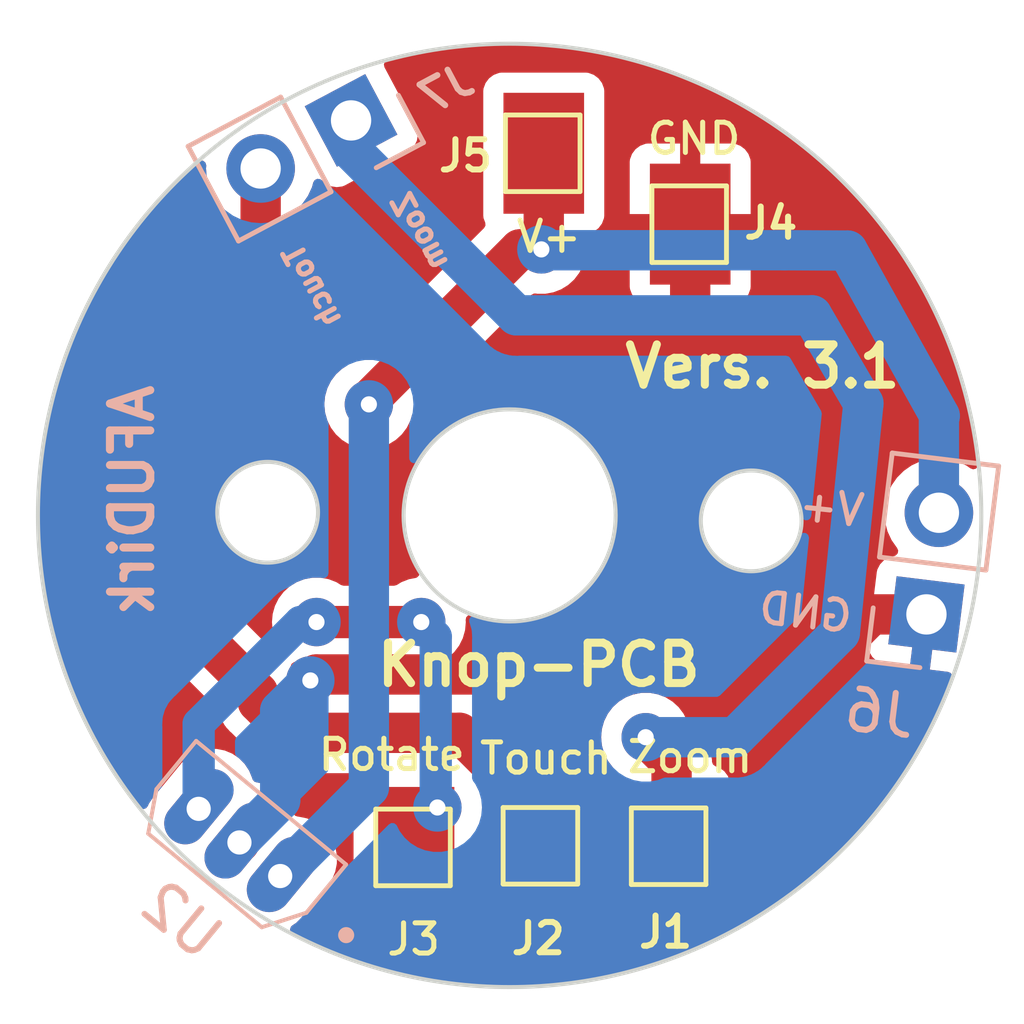
<source format=kicad_pcb>
(kicad_pcb (version 20221018) (generator pcbnew)
  (layers (0 "F.Cu" mixed) (31 "B.Cu" signal) (34 "B.Paste" user) (35 "F.Paste" user) (36 "B.SilkS" user "B.Silkscreen") (37 "F.SilkS" user "F.Silkscreen") (38 "B.Mask" user) (39 "F.Mask" user) (44 "Edge.Cuts" user))
  (net 0 "")
  (net 1 "+3.3V")
  (net 2 "GND")
  (net 3 "Net-(J3-Pin_1)")
  (net 4 "Net-(J2-Pin_1)")
  (net 5 "Net-(J1-Pin_1)")
  (footprint "Lötkontakt:Pin_D2.0mm_L3.0mm_FlatFork" (layer "F.Cu") (at 150.47 83.03)
    (fp_text reference "J4" (at 1.999 -0.026) (layer "F.SilkS") (effects (font (size 0.75 0.75))))
    (fp_text value "Conn_01x01_Pin" hide)
    (fp_line (start -0.95 -0.95) (end -0.95 0.95) (stroke (width 0.12)) (layer "F.SilkS"))
    (fp_line (start -0.95 0.95) (end 0.9 0.95) (stroke (width 0.12)) (layer "F.SilkS"))
    (fp_line (start 0.9 -0.95) (end -0.95 -0.95) (stroke (width 0.12)) (layer "F.SilkS"))
    (fp_line (start 0.9 -0.9) (end 0.9 -0.95) (stroke (width 0.12)) (layer "F.SilkS"))
    (fp_line (start 0.9 0.95) (end 0.9 -0.9) (stroke (width 0.12)) (layer "F.SilkS"))
    (pad "1" connect rect (at 0 0 180) (size 2 3) (layers "F.Cu" "F.Mask") (net 2 "GND"))
  )
  (footprint "Lötkontakt:Pin_D2.0mm_L3.0mm_FlatFork" (layer "F.Cu") (at 143.62 98.49)
    (fp_text reference "J3" (at -0.01 2.28) (layer "F.SilkS") (effects (font (size 0.75 0.75) (thickness 0.125))))
    (fp_text value "Conn_01x01_Pin" hide)
    (fp_line (start -0.95 -0.95) (end -0.95 0.95) (stroke (width 0.12)) (layer "F.SilkS"))
    (fp_line (start -0.95 0.95) (end 0.9 0.95) (stroke (width 0.12)) (layer "F.SilkS"))
    (fp_line (start 0.9 -0.95) (end -0.95 -0.95) (stroke (width 0.12)) (layer "F.SilkS"))
    (fp_line (start 0.9 -0.9) (end 0.9 -0.95) (stroke (width 0.12)) (layer "F.SilkS"))
    (fp_line (start 0.9 0.95) (end 0.9 -0.9) (stroke (width 0.12)) (layer "F.SilkS"))
    (pad "1" connect rect (at 0 0 180) (size 2 3) (layers "F.Cu" "F.Mask") (net 3 "Net-(J3-Pin_1)"))
  )
  (footprint "Lötkontakt:Pin_D2.0mm_L3.0mm_FlatFork" (layer "F.Cu") (at 146.838 81.272)
    (fp_text reference "J5" (at -1.942 0.062) (layer "F.SilkS") (effects (font (size 0.75 0.75))))
    (fp_text value "Conn_01x01_Pin" hide)
    (fp_line (start -0.95 -0.95) (end -0.95 0.95) (stroke (width 0.12)) (layer "F.SilkS"))
    (fp_line (start -0.95 0.95) (end 0.9 0.95) (stroke (width 0.12)) (layer "F.SilkS"))
    (fp_line (start 0.9 -0.95) (end -0.95 -0.95) (stroke (width 0.12)) (layer "F.SilkS"))
    (fp_line (start 0.9 -0.9) (end 0.9 -0.95) (stroke (width 0.12)) (layer "F.SilkS"))
    (fp_line (start 0.9 0.95) (end 0.9 -0.9) (stroke (width 0.12)) (layer "F.SilkS"))
    (pad "1" connect rect (at 0 0 180) (size 2 3) (layers "F.Cu" "F.Mask") (net 1 "+3.3V"))
  )
  (footprint "Lötkontakt:Pin_D2.0mm_L3.0mm_FlatFork" (layer "F.Cu") (at 149.96 98.46)
    (fp_text reference "J1" (at -0.1 2.13) (layer "F.SilkS") (effects (font (size 0.75 0.75))))
    (fp_text value "Conn_01x01_Pin" hide)
    (fp_line (start -0.95 -0.95) (end -0.95 0.95) (stroke (width 0.12)) (layer "F.SilkS"))
    (fp_line (start -0.95 0.95) (end 0.9 0.95) (stroke (width 0.12)) (layer "F.SilkS"))
    (fp_line (start 0.9 -0.95) (end -0.95 -0.95) (stroke (width 0.12)) (layer "F.SilkS"))
    (fp_line (start 0.9 -0.9) (end 0.9 -0.95) (stroke (width 0.12)) (layer "F.SilkS"))
    (fp_line (start 0.9 0.95) (end 0.9 -0.9) (stroke (width 0.12)) (layer "F.SilkS"))
    (pad "1" connect rect (at 0 0 180) (size 2 3) (layers "F.Cu" "F.Mask") (net 5 "Net-(J1-Pin_1)"))
  )
  (footprint "Lötkontakt:Pin_D2.0mm_L3.0mm_FlatFork" (layer "F.Cu") (at 146.78 98.45)
    (fp_text reference "J2" (at -0.08 2.3) (layer "F.SilkS") (effects (font (size 0.75 0.75))))
    (fp_text value "Conn_01x01_Pin" hide)
    (fp_line (start -0.95 -0.95) (end -0.95 0.95) (stroke (width 0.12)) (layer "F.SilkS"))
    (fp_line (start -0.95 0.95) (end 0.9 0.95) (stroke (width 0.12)) (layer "F.SilkS"))
    (fp_line (start 0.9 -0.95) (end -0.95 -0.95) (stroke (width 0.12)) (layer "F.SilkS"))
    (fp_line (start 0.9 -0.9) (end 0.9 -0.95) (stroke (width 0.12)) (layer "F.SilkS"))
    (fp_line (start 0.9 0.95) (end 0.9 -0.9) (stroke (width 0.12)) (layer "F.SilkS"))
    (pad "1" connect rect (at 0 0 180) (size 2 3) (layers "F.Cu" "F.Mask") (net 4 "Net-(J2-Pin_1)"))
  )
  (footprint "Connector_PinHeader_2.54mm:PinHeader_1x02_P2.54mm_Vertical" (layer "B.Cu") (at 142.058 80.457 118)
    (fp_text reference "J7" (at -0.423367 2.45342 208) (layer "B.SilkS") (effects (font (size 0.75 0.75)) (justify mirror)))
    (fp_text value "Conn_01x02_Pin" hide)
    (fp_line (start -1.33 -3.87) (end 1.33 -3.87) (stroke (width 0.12)) (layer "B.SilkS"))
    (fp_line (start -1.33 -1.27) (end -1.33 -3.87) (stroke (width 0.12)) (layer "B.SilkS"))
    (fp_line (start -1.33 -1.27) (end 1.33 -1.27) (stroke (width 0.12)) (layer "B.SilkS"))
    (fp_line (start -1.33 0) (end -1.33 1.33) (stroke (width 0.12)) (layer "B.SilkS"))
    (fp_line (start -1.33 1.33) (end 0 1.33) (stroke (width 0.12)) (layer "B.SilkS"))
    (fp_line (start 1.33 -1.27) (end 1.33 -3.87) (stroke (width 0.12)) (layer "B.SilkS"))
    (pad "1" thru_hole rect (at 0 0 118) (size 1.7 1.7) (drill 1) (layers "*.Cu" "*.Mask") (net 5 "Net-(J1-Pin_1)"))
    (pad "2" thru_hole oval (at 0 -2.54 118) (size 1.7 1.7) (drill 1) (layers "*.Cu" "*.Mask") (net 4 "Net-(J2-Pin_1)"))
  )
  (footprint "Hallsensor 49E:49E-TO92" (layer "B.Cu") (at 139.285938 98.480709 -39.5)
    (fp_text reference "U2" (at 0.05 2.32 140.5) (layer "B.SilkS") (effects (justify mirror)))
    (fp_text value "49E-TO92")
    (fp_line (start -2.5 -1.35) (end 2.32 -1.35) (stroke (width 0.1)) (layer "B.SilkS"))
    (fp_line (start -2.5 0.2) (end -2.5 -1.35) (stroke (width 0.1)) (layer "B.SilkS"))
    (fp_line (start -1.955 1.18) (end -2.5 0.2) (stroke (width 0.1)) (layer "B.SilkS"))
    (fp_line (start -1.955 1.18) (end 1.695 1.18) (stroke (width 0.1)) (layer "B.SilkS"))
    (fp_line (start 1.695 1.18) (end 2.32 0.2) (stroke (width 0.1)) (layer "B.SilkS"))
    (fp_line (start 2.32 0.2) (end 2.32 -1.35) (stroke (width 0.1)) (layer "B.SilkS"))
    (fp_circle (center 3.435 0) (end 3.535 0) (stroke (width 0.2)) (fill none) (layer "B.SilkS"))
    (pad "1" thru_hole oval (at 1.24 -0.09 320.5) (size 1.11 2.09) (drill 0.6 (offset 0.005 -0.055)) (layers "*.Cu" "*.Mask") (net 1 "+3.3V"))
    (pad "2" thru_hole oval (at -0.07 -0.09 320.5) (size 1.0404 2.13) (drill 0.6 (offset -0.0298 -0.035)) (layers "*.Cu" "*.Mask") (net 2 "GND"))
    (pad "3" thru_hole oval (at -1.38 -0.09 320.5) (size 1.0404 2.11) (drill 0.6 (offset -0.0298 -0.045)) (layers "*.Cu" "*.Mask") (net 3 "Net-(J3-Pin_1)"))
  )
  (footprint "Connector_PinHeader_2.54mm:PinHeader_1x02_P2.54mm_Vertical" (layer "B.Cu") (at 156.33 92.71 -7)
    (fp_text reference "J6" (at -0.85091 2.57187 173) (layer "B.SilkS") (effects (justify mirror)))
    (fp_text value "Conn_01x02_Pin" hide)
    (fp_line (start -1.33 -3.87) (end 1.33 -3.87) (stroke (width 0.12)) (layer "B.SilkS"))
    (fp_line (start -1.33 -1.27) (end -1.33 -3.87) (stroke (width 0.12)) (layer "B.SilkS"))
    (fp_line (start -1.33 -1.27) (end 1.33 -1.27) (stroke (width 0.12)) (layer "B.SilkS"))
    (fp_line (start -1.33 0) (end -1.33 1.33) (stroke (width 0.12)) (layer "B.SilkS"))
    (fp_line (start -1.33 1.33) (end 0 1.33) (stroke (width 0.12)) (layer "B.SilkS"))
    (fp_line (start 1.33 -1.27) (end 1.33 -3.87) (stroke (width 0.12)) (layer "B.SilkS"))
    (pad "1" thru_hole rect (at 0 0 353) (size 1.7 1.7) (drill 1) (layers "*.Cu" "*.Mask") (net 2 "GND"))
    (pad "2" thru_hole oval (at 0 -2.54 353) (size 1.7 1.7) (drill 1) (layers "*.Cu" "*.Mask") (net 1 "+3.3V"))
  )
  (gr_circle (center 145.991195 90.254433) (end 148.575 90.75) (stroke (width 0.1)) (fill none) (layer "Edge.Cuts"))
  (gr_circle (center 151.982914 90.389916) (end 153.232914 90.389916) (stroke (width 0.1)) (fill none) (layer "Edge.Cuts"))
  (gr_circle (center 139.988741 90.176335) (end 141.238741 90.176335) (stroke (width 0.1)) (fill none) (layer "Edge.Cuts"))
  (gr_circle (center 145.991195 90.254433) (end 157.691195 90.254433) (stroke (width 0.1)) (fill none) (layer "Edge.Cuts"))
  (gr_text "V+" (at 154.794 90.596 354) (layer "B.SilkS") (effects (font (size 0.75 0.75) (thickness 0.125)) (justify left bottom mirror)))
  (gr_text "Zoom" (at 143.5 82.1 118) (layer "B.SilkS") (effects (font (size 0.5 0.5) (thickness 0.125)) (justify left bottom mirror)))
  (gr_text "GND" (at 154.504 93.224 354) (layer "B.SilkS") (effects (font (size 0.75 0.75) (thickness 0.125)) (justify left bottom mirror)))
  (gr_text "AFUDirk" (at 137.21 86.92 90) (layer "B.SilkS") (effects (font (size 1 1) (thickness 0.2) bold) (justify left bottom mirror)))
  (gr_text "Touch" (at 140.8 83.4 118) (layer "B.SilkS") (effects (font (size 0.5 0.5) (thickness 0.125)) (justify left bottom mirror)))
  (gr_text "Touch" (at 145.185 96.721) (layer "F.SilkS") (effects (font (size 0.75 0.75) (thickness 0.125)) (justify left bottom)))
  (gr_text "GND" (at 149.34 81.349) (layer "F.SilkS") (effects (font (size 0.75 0.75) (thickness 0.125)) (justify left bottom)))
  (gr_text "Rotate" (at 141.182 96.631) (layer "F.SilkS") (effects (font (size 0.75 0.75) (thickness 0.125)) (justify left bottom)))
  (gr_text "V+" (at 146.097 83.778) (layer "F.SilkS") (effects (font (size 0.75 0.75) (thickness 0.125)) (justify left bottom)))
  (gr_text "Knop-PCB" (at 142.605 94.545) (layer "F.SilkS") (effects (font (size 1 1) (thickness 0.2) bold) (justify left bottom)))
  (gr_text "Vers. 3.1" (at 148.75 87.145) (layer "F.SilkS") (effects (font (size 1 1) (thickness 0.2) bold) (justify left bottom)))
  (gr_text "Zoom" (at 148.848 96.685) (layer "F.SilkS") (effects (font (size 0.75 0.75) (thickness 0.125)) (justify left bottom)))
  (segment (start 146.778 83.656) (end 146.838 83.596) (width 1) (layer "F.Cu") (net 1))
  (segment (start 146.838 83.596) (end 146.838 81.272) (width 1) (layer "F.Cu") (net 1))
  (segment (start 142.5 87.4) (end 146.244 83.656) (width 1) (layer "F.Cu") (net 1))
  (segment (start 142.5 87.5) (end 142.5 87.4) (width 1) (layer "F.Cu") (net 1))
  (segment (start 146.244 83.656) (end 146.778 83.656) (width 1) (layer "F.Cu") (net 1))
  (via (at 142.5 87.5) (size 1.2) (drill 0.4) (layers "F.Cu" "B.Cu") (net 1))
  (via (at 146.778 83.656) (size 1.2) (drill 0.4) (layers "F.Cu" "B.Cu") (net 1))
  (segment (start 154.373 83.685) (end 156.659 87.786) (width 1) (layer "B.Cu") (net 1))
  (segment (start 142.5 87.5) (end 142.5 97) (width 1) (layer "B.Cu") (net 1))
  (segment (start 142.5 97) (end 140.3 99.2) (width 1) (layer "B.Cu") (net 1))
  (segment (start 156.639548 87.805452) (end 156.639548 90.188933) (width 1) (layer "B.Cu") (net 1))
  (segment (start 146.799 83.677) (end 152.813 83.677) (width 1) (layer "B.Cu") (net 1))
  (segment (start 156.659 87.786) (end 156.639548 87.805452) (width 1) (layer "B.Cu") (net 1))
  (segment (start 152.813 83.677) (end 154.373 83.685) (width 1) (layer "B.Cu") (net 1))
  (segment (start 146.778 83.656) (end 146.799 83.677) (width 1) (layer "B.Cu") (net 1))
  (segment (start 150.47 85.799) (end 150.47 83.03) (width 1) (layer "F.Cu") (net 2))
  (segment (start 149.364 93.828) (end 149.364 86.905) (width 1) (layer "F.Cu") (net 2))
  (segment (start 153.857 93.828) (end 154.975 92.71) (width 1) (layer "F.Cu") (net 2))
  (segment (start 148.992 94.2) (end 149.364 93.828) (width 1) (layer "F.Cu") (net 2))
  (segment (start 149.364 86.905) (end 150.47 85.799) (width 1) (layer "F.Cu") (net 2))
  (segment (start 141.19635 94.2) (end 148.992 94.2) (width 1) (layer "F.Cu") (net 2))
  (segment (start 141.048425 94.347925) (end 141.19635 94.2) (width 1) (layer "F.Cu") (net 2))
  (segment (start 154.975 92.71) (end 156.33 92.71) (width 1) (layer "F.Cu") (net 2))
  (segment (start 139.289171 98.366737) (end 139.289171 98.330829) (width 1) (layer "F.Cu") (net 2))
  (segment (start 149.364 93.828) (end 153.857 93.828) (width 1) (layer "F.Cu") (net 2))
  (via (at 141.048425 94.347925) (size 1.2) (drill 0.4) (layers "F.Cu" "B.Cu") (net 2))
  (segment (start 141.048425 94.347925) (end 140.3 95.09635) (width 1) (layer "B.Cu") (net 2))
  (segment (start 140.3 97.32) (end 139.289171 98.330829) (width 1) (layer "B.Cu") (net 2))
  (segment (start 140.3 95.09635) (end 140.3 97.32) (width 1) (layer "B.Cu") (net 2))
  (segment (start 143.7995 92.9) (end 141.2005 92.9) (width 0.8) (layer "F.Cu") (net 3))
  (via (at 141.2005 92.9) (size 1.2) (drill 0.4) (layers "F.Cu" "B.Cu") (net 3))
  (via (at 143.7995 92.9) (size 1.2) (drill 0.4) (layers "F.Cu" "B.Cu") (net 3))
  (via (at 144.2 97.4995) (size 1.2) (drill 0.4) (layers "F.Cu" "B.Cu") (net 3))
  (segment (start 144.2 97.4) (end 144.2 97.4995) (width 0.8) (layer "B.Cu") (net 3))
  (segment (start 144.158233 93.258733) (end 144.158233 97.358233) (width 0.8) (layer "B.Cu") (net 3))
  (segment (start 141.2005 92.9) (end 140.8 92.9) (width 0.8) (layer "B.Cu") (net 3))
  (segment (start 138.278343 95.421657) (end 138.278343 97.533475) (width 0.8) (layer "B.Cu") (net 3))
  (segment (start 140.8 92.9) (end 138.278343 95.421657) (width 0.8) (layer "B.Cu") (net 3))
  (segment (start 143.7995 92.9) (end 144.158233 93.258733) (width 0.8) (layer "B.Cu") (net 3))
  (segment (start 144.158233 97.358233) (end 144.2 97.4) (width 0.8) (layer "B.Cu") (net 3))
  (segment (start 146.797 98.433) (end 146.78 98.45) (width 0.8) (layer "F.Cu") (net 4))
  (segment (start 144.747925 95.647925) (end 140.509947 95.647925) (width 1) (layer "F.Cu") (net 4))
  (segment (start 139.748425 94.648425) (end 136.572 91.472) (width 1) (layer "F.Cu") (net 4))
  (segment (start 139.815313 83.864687) (end 139.815313 81.649458) (width 1) (layer "F.Cu") (net 4))
  (segment (start 146.797 98.433) (end 146.797 97.697) (width 1) (layer "F.Cu") (net 4))
  (segment (start 139.748425 94.886403) (end 139.748425 94.648425) (width 1) (layer "F.Cu") (net 4))
  (segment (start 136.572 87.108) (end 139.815313 83.864687) (width 1) (layer "F.Cu") (net 4))
  (segment (start 136.572 91.472) (end 136.572 87.108) (width 1) (layer "F.Cu") (net 4))
  (segment (start 146.797 97.697) (end 144.747925 95.647925) (width 1) (layer "F.Cu") (net 4))
  (segment (start 140.509947 95.647925) (end 139.748425 94.886403) (width 1) (layer "F.Cu") (net 4))
  (segment (start 150.008125 96.398125) (end 150.008125 98.411875) (width 1) (layer "F.Cu") (net 5))
  (segment (start 149.366 95.756) (end 150.008125 96.398125) (width 1) (layer "F.Cu") (net 5))
  (via (at 149.366 95.756) (size 1.2) (drill 0.4) (layers "F.Cu" "B.Cu") (net 5))
  (segment (start 142.058 81.188) (end 142.058 80.457) (width 1) (layer "B.Cu") (net 5))
  (segment (start 153.493 85.292) (end 146.162 85.292) (width 1) (layer "B.Cu") (net 5))
  (segment (start 146.162 85.292) (end 142.058 81.188) (width 1) (layer "B.Cu") (net 5))
  (segment (start 154.182 93.164) (end 154.767 87.476) (width 1) (layer "B.Cu") (net 5))
  (segment (start 154.767 87.476) (end 153.493 85.292) (width 1) (layer "B.Cu") (net 5))
  (segment (start 151.59 95.756) (end 154.182 93.164) (width 1) (layer "B.Cu") (net 5))
  (segment (start 149.366 95.756) (end 151.59 95.756) (width 1) (layer "B.Cu") (net 5))
  (zone (net 2) (net_name "GND") (layer "F.Cu") (connect_pads (clearance 0.5)) (min_thickness 0.25) (fill yes (thermal_gap 0.5) (thermal_bridge_width 0.5))
    (polygon (pts (xy 133.35 77.47) (xy 158.75 77.47) (xy 158.75 102.87) (xy 133.35 102.87)))
  )
  (zone (net 2) (net_name "GND") (layer "B.Cu") (priority 1) (connect_pads (clearance 0.5)) (min_thickness 0.25) (fill yes (thermal_gap 0.5) (thermal_bridge_width 0.5))
    (polygon (pts (xy 133.35 77.47) (xy 158.75 77.47) (xy 158.75 102.87) (xy 133.35 102.87)))
  )
)
</source>
